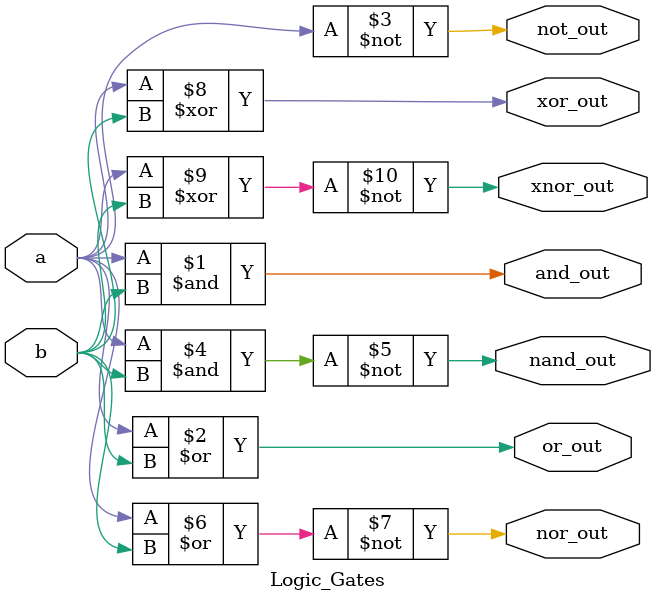
<source format=v>

module Logic_Gates (
    input  wire a,    
    input  wire b,     
    output wire and_out,
    output wire or_out,
    output wire not_out,   
    output wire nand_out,
    output wire nor_out,
    output wire xor_out,
    output wire xnor_out
);

    assign and_out  = a & b;
    assign or_out   = a | b;      
    assign not_out  = ~a;         
    assign nand_out = ~(a & b);   
    assign nor_out  = ~(a | b);   
    assign xor_out  = a ^ b;      
    assign xnor_out = ~(a ^ b);   

endmodule


</source>
